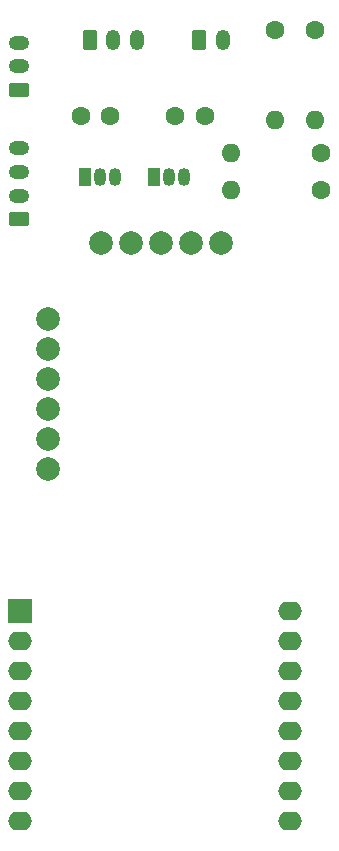
<source format=gbr>
G04 #@! TF.GenerationSoftware,KiCad,Pcbnew,7.0.5-0*
G04 #@! TF.CreationDate,2023-07-20T07:38:15-04:00*
G04 #@! TF.ProjectId,Lemmingometre_JST,4c656d6d-696e-4676-9f6d-657472655f4a,rev?*
G04 #@! TF.SameCoordinates,Original*
G04 #@! TF.FileFunction,Soldermask,Top*
G04 #@! TF.FilePolarity,Negative*
%FSLAX46Y46*%
G04 Gerber Fmt 4.6, Leading zero omitted, Abs format (unit mm)*
G04 Created by KiCad (PCBNEW 7.0.5-0) date 2023-07-20 07:38:15*
%MOMM*%
%LPD*%
G01*
G04 APERTURE LIST*
G04 Aperture macros list*
%AMRoundRect*
0 Rectangle with rounded corners*
0 $1 Rounding radius*
0 $2 $3 $4 $5 $6 $7 $8 $9 X,Y pos of 4 corners*
0 Add a 4 corners polygon primitive as box body*
4,1,4,$2,$3,$4,$5,$6,$7,$8,$9,$2,$3,0*
0 Add four circle primitives for the rounded corners*
1,1,$1+$1,$2,$3*
1,1,$1+$1,$4,$5*
1,1,$1+$1,$6,$7*
1,1,$1+$1,$8,$9*
0 Add four rect primitives between the rounded corners*
20,1,$1+$1,$2,$3,$4,$5,0*
20,1,$1+$1,$4,$5,$6,$7,0*
20,1,$1+$1,$6,$7,$8,$9,0*
20,1,$1+$1,$8,$9,$2,$3,0*%
G04 Aperture macros list end*
%ADD10C,1.600000*%
%ADD11O,1.600000X1.600000*%
%ADD12R,2.000000X2.000000*%
%ADD13O,2.000000X1.600000*%
%ADD14RoundRect,0.250000X0.625000X-0.350000X0.625000X0.350000X-0.625000X0.350000X-0.625000X-0.350000X0*%
%ADD15O,1.750000X1.200000*%
%ADD16RoundRect,0.250000X-0.350000X-0.625000X0.350000X-0.625000X0.350000X0.625000X-0.350000X0.625000X0*%
%ADD17O,1.200000X1.750000*%
%ADD18R,1.050000X1.500000*%
%ADD19O,1.050000X1.500000*%
%ADD20C,2.000000*%
G04 APERTURE END LIST*
D10*
G04 #@! TO.C,R2*
X172075000Y-44955000D03*
D11*
X172075000Y-52575000D03*
G04 #@! TD*
D12*
G04 #@! TO.C,MCU1*
X147090000Y-94150000D03*
D13*
X147090000Y-96690000D03*
X147090000Y-99230000D03*
X147090000Y-101770000D03*
X147090000Y-104310000D03*
X147090000Y-106850000D03*
X147090000Y-109390000D03*
X147090000Y-111930000D03*
X169950000Y-111930000D03*
X169950000Y-109390000D03*
X169950000Y-106850000D03*
X169950000Y-104310000D03*
X169950000Y-101770000D03*
X169950000Y-99230000D03*
X169950000Y-96690000D03*
X169950000Y-94150000D03*
G04 #@! TD*
D14*
G04 #@! TO.C,H4*
X147000000Y-60950000D03*
D15*
X147000000Y-58950000D03*
X147000000Y-56950000D03*
X147000000Y-54950000D03*
G04 #@! TD*
D16*
G04 #@! TO.C,H3*
X153000000Y-45750000D03*
D17*
X155000000Y-45750000D03*
X157000000Y-45750000D03*
G04 #@! TD*
D16*
G04 #@! TO.C,H1*
X162250000Y-45750000D03*
D17*
X164250000Y-45750000D03*
G04 #@! TD*
D10*
G04 #@! TO.C,R4*
X172620000Y-58500000D03*
D11*
X165000000Y-58500000D03*
G04 #@! TD*
D10*
G04 #@! TO.C,R1*
X168725000Y-44905000D03*
D11*
X168725000Y-52525000D03*
G04 #@! TD*
D18*
G04 #@! TO.C,NPN2*
X158480000Y-57360000D03*
D19*
X159750000Y-57360000D03*
X161020000Y-57360000D03*
G04 #@! TD*
D10*
G04 #@! TO.C,C1*
X152250000Y-52250000D03*
X154750000Y-52250000D03*
G04 #@! TD*
G04 #@! TO.C,R3*
X172620000Y-55375000D03*
D11*
X165000000Y-55375000D03*
G04 #@! TD*
D20*
G04 #@! TO.C,SD1*
X149440000Y-69370000D03*
X149440000Y-71910000D03*
X149440000Y-74450000D03*
X149440000Y-76990000D03*
X149440000Y-79530000D03*
X149440000Y-82070000D03*
G04 #@! TD*
D10*
G04 #@! TO.C,C2*
X160250000Y-52250000D03*
X162750000Y-52250000D03*
G04 #@! TD*
D18*
G04 #@! TO.C,NPN1*
X152580000Y-57350000D03*
D19*
X153850000Y-57350000D03*
X155120000Y-57350000D03*
G04 #@! TD*
D14*
G04 #@! TO.C,H2*
X147000000Y-50000000D03*
D15*
X147000000Y-48000000D03*
X147000000Y-46000000D03*
G04 #@! TD*
D20*
G04 #@! TO.C,RTC1*
X153980000Y-62940000D03*
X156520000Y-62940000D03*
X159060000Y-62940000D03*
X161600000Y-62940000D03*
X164140000Y-62940000D03*
G04 #@! TD*
M02*

</source>
